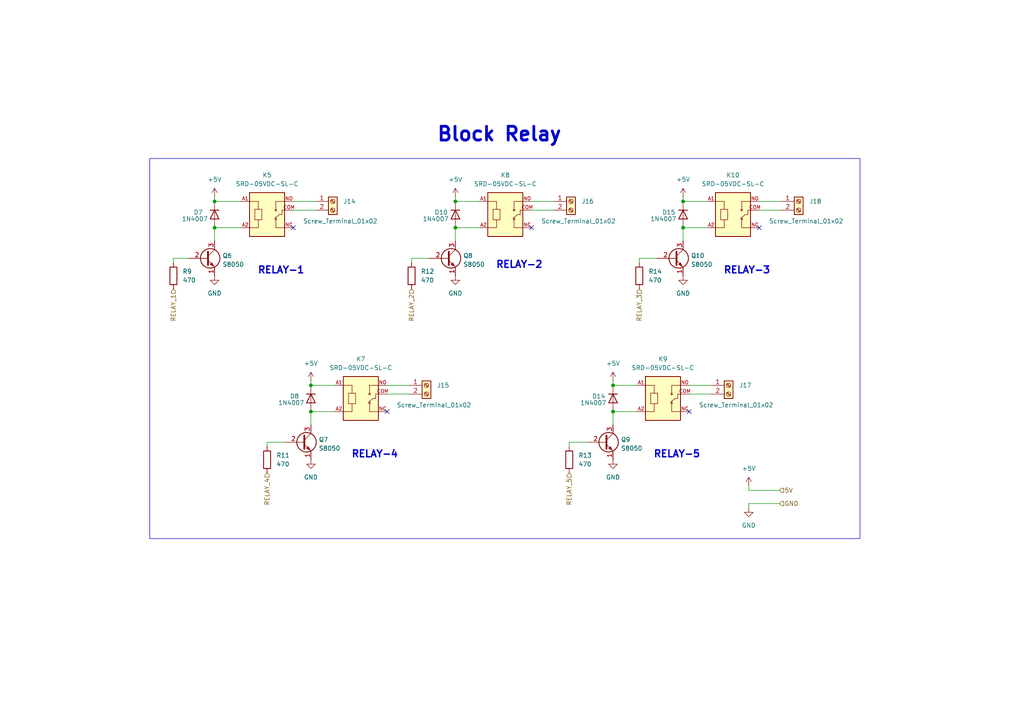
<source format=kicad_sch>
(kicad_sch (version 20231120) (generator "eeschema") (generator_version "8.0")
  (paper "A4")
  (lib_symbols
    (symbol "Connector:Screw_Terminal_01x02" (pin_names (offset 1.016) hide)
      (property "Reference" "J" (at 0 2.54 0))
      (property "Value" "Screw_Terminal_01x02" (at 0 -5.08 0))
      (symbol "Screw_Terminal_01x02_1_1"
        (rectangle (start -1.27 1.27) (end 1.27 -3.81) (stroke (width 0.254)) (fill (type background)))
        (circle (center 0 -2.54) (radius 0.635) (stroke (width 0.1524)))
        (polyline (pts (xy -0.5334 -2.2098) (xy 0.3302 -3.048)) (stroke (width 0.1524)))
        (polyline (pts (xy -0.5334 0.3302) (xy 0.3302 -0.508)) (stroke (width 0.1524)))
        (polyline (pts (xy -0.3556 -2.032) (xy 0.508 -2.8702)) (stroke (width 0.1524)))
        (polyline (pts (xy -0.3556 0.508) (xy 0.508 -0.3302)) (stroke (width 0.1524)))
        (circle (center 0 0) (radius 0.635) (stroke (width 0.1524)))
        (pin passive line (at -5.08 0 0) (length 3.81) (name "Pin_1") (number "1"))
        (pin passive line (at -5.08 -2.54 0) (length 3.81) (name "Pin_2") (number "2"))
      )
    )
    (symbol "Device:R" (pin_numbers hide) (pin_names (offset 0))
      (property "Reference" "R" (at 2.032 0 90))
      (property "Value" "R" (at 0 0 90))
      (symbol "R_0_1"
        (rectangle (start -1.016 -2.54) (end 1.016 2.54) (stroke (width 0.254)))
      )
      (symbol "R_1_1"
        (pin passive line (at 0 3.81 270) (length 1.27) (name "~") (number "1"))
        (pin passive line (at 0 -3.81 90) (length 1.27) (name "~") (number "2"))
      )
    )
    (symbol "Diode:LL4148" (pin_numbers hide) (pin_names hide)
      (property "Reference" "D" (at 0 2.54 0))
      (property "Value" "LL4148" (at 0 -2.54 0))
      (symbol "LL4148_0_1"
        (polyline (pts (xy -1.27 1.27) (xy -1.27 -1.27)) (stroke (width 0.254)))
        (polyline (pts (xy 1.27 0) (xy -1.27 0)))
        (polyline (pts (xy 1.27 1.27) (xy 1.27 -1.27) (xy -1.27 0) (xy 1.27 1.27)) (stroke (width 0.254)))
      )
      (symbol "LL4148_1_1"
        (pin passive line (at -3.81 0 0) (length 2.54) (name "K") (number "1"))
        (pin passive line (at 3.81 0 180) (length 2.54) (name "A") (number "2"))
      )
    )
    (symbol "SRD-05VDC-SL-C_1" (pin_names (offset 1.016))
      (property "Reference" "K" (at -5.0809 5.843 0))
      (property "Value" "SRD-05VDC-SL-C" (at -5.0832 -10.1664 0))
      (symbol "SRD-05VDC-SL-C_1_0_0"
        (rectangle (start -5.08 -7.62) (end 5.08 5.08) (stroke (width 0.254)) (fill (type background)))
        (polyline (pts (xy -5.08 2.54) (xy -2.54 2.54)) (stroke (width 0.1524)))
        (polyline (pts (xy -3.556 -2.794) (xy -2.54 -2.794)) (stroke (width 0.1524)))
        (polyline (pts (xy -3.556 0.254) (xy -3.556 -2.794)) (stroke (width 0.1524)))
        (polyline (pts (xy -2.54 -5.08) (xy -5.08 -5.08)) (stroke (width 0.1524)))
        (polyline (pts (xy -2.54 -2.794) (xy -2.54 -5.08)) (stroke (width 0.1524)))
        (polyline (pts (xy -2.54 -2.794) (xy -1.524 -2.794)) (stroke (width 0.1524)))
        (polyline (pts (xy -2.54 0.254) (xy -3.556 0.254)) (stroke (width 0.1524)))
        (polyline (pts (xy -2.54 2.54) (xy -2.54 0.254)) (stroke (width 0.1524)))
        (polyline (pts (xy -1.524 -2.794) (xy -1.524 0.254)) (stroke (width 0.1524)))
        (polyline (pts (xy -1.524 0.254) (xy -2.54 0.254)) (stroke (width 0.1524)))
        (polyline (pts (xy 2.54 -5.08) (xy 5.08 -5.08)) (stroke (width 0.1524)))
        (polyline (pts (xy 2.54 -2.54) (xy 2.54 -5.08)) (stroke (width 0.1524)))
        (polyline (pts (xy 2.54 2.54) (xy 2.54 0)) (stroke (width 0.1524)))
        (polyline (pts (xy 3.556 -1.27) (xy 2.286 -2.286)) (stroke (width 0.1524)))
        (polyline (pts (xy 3.556 -1.27) (xy 4.318 -1.27)) (stroke (width 0.1524)))
        (polyline (pts (xy 4.318 -1.27) (xy 4.318 0)) (stroke (width 0.1524)))
        (polyline (pts (xy 4.318 0) (xy 5.08 0)) (stroke (width 0.1524)))
        (polyline (pts (xy 5.08 2.54) (xy 2.54 2.54)) (stroke (width 0.1524)))
        (circle (center 2.54 -2.54) (radius 0.254) (stroke (width 0.1524)))
        (circle (center 2.54 0) (radius 0.254) (stroke (width 0.1524)))
        (pin passive line (at -7.62 2.54 0) (length 2.54) (name "~") (number "A1"))
        (pin passive line (at -7.62 -5.08 0) (length 2.54) (name "~") (number "A2"))
        (pin passive line (at 7.62 0 180) (length 2.54) (name "~") (number "COM"))
        (pin passive line (at 7.62 -5.08 180) (length 2.54) (name "~") (number "NC"))
        (pin passive line (at 7.62 2.54 180) (length 2.54) (name "~") (number "NO"))
      )
    )
    (symbol "Transistor_BJT:S8050" (pin_names (offset 0) hide)
      (property "Reference" "Q" (at 5.08 1.905 0))
      (property "Value" "S8050" (at 5.08 0 0))
      (symbol "S8050_0_1"
        (polyline (pts (xy 0 0) (xy 0.635 0)))
        (polyline (pts (xy 0.635 0.635) (xy 2.54 2.54)))
        (polyline (pts (xy 0.635 -0.635) (xy 2.54 -2.54) (xy 2.54 -2.54)))
        (polyline (pts (xy 0.635 1.905) (xy 0.635 -1.905) (xy 0.635 -1.905)) (stroke (width 0.508)))
        (polyline (pts (xy 1.27 -1.778) (xy 1.778 -1.27) (xy 2.286 -2.286) (xy 1.27 -1.778) (xy 1.27 -1.778)) (fill (type outline)))
        (circle (center 1.27 0) (radius 2.8194) (stroke (width 0.254)))
      )
      (symbol "S8050_1_1"
        (pin passive line (at 2.54 -5.08 90) (length 2.54) (name "E") (number "1"))
        (pin input line (at -5.08 0 0) (length 5.08) (name "B") (number "2"))
        (pin passive line (at 2.54 5.08 270) (length 2.54) (name "C") (number "3"))
      )
    )
    (symbol "power:+5V" (power) (pin_numbers hide) (pin_names (offset 0) hide)
      (property "Value" "+5V" (at 0 3.556 0))
      (symbol "+5V_0_1"
        (polyline (pts (xy -0.762 1.27) (xy 0 2.54)))
        (polyline (pts (xy 0 0) (xy 0 2.54)))
        (polyline (pts (xy 0 2.54) (xy 0.762 1.27)))
      )
      (symbol "+5V_1_1"
        (pin power_in line (at 0 0 90) (length 0) (name "~") (number "1"))
      )
    )
    (symbol "power:GND" (power) (pin_numbers hide) (pin_names (offset 0) hide)
      (property "Value" "GND" (at 0 -3.81 0))
      (symbol "GND_0_1"
        (polyline (pts (xy 0 0) (xy 0 -1.27) (xy 1.27 -1.27) (xy 0 -2.54) (xy -1.27 -1.27) (xy 0 -1.27)))
      )
      (symbol "GND_1_1"
        (pin power_in line (at 0 0 270) (length 0) (name "~") (number "1"))
      )
    )
  )
  (junction (at 62.23 58.42))
  (junction (at 62.23 66.04))
  (junction (at 90.17 119.38))
  (junction (at 198.12 66.04))
  (junction (at 177.8 119.38))
  (junction (at 90.17 111.76))
  (junction (at 198.12 58.42))
  (junction (at 132.08 58.42))
  (junction (at 132.08 66.04))
  (junction (at 177.8 111.76))
  (no_connect (at 220.218 66.04))
  (no_connect (at 85.09 66.04))
  (no_connect (at 112.268 119.38))
  (no_connect (at 154.178 66.04))
  (no_connect (at 199.898 119.38))
  (wire (pts (xy 177.8 110.49) (xy 177.8 111.76)))
  (wire (pts (xy 217.17 142.24) (xy 217.17 140.97)))
  (wire (pts (xy 132.08 58.42) (xy 138.938 58.42)))
  (wire (pts (xy 90.17 111.76) (xy 97.028 111.76)))
  (wire (pts (xy 85.09 60.96) (xy 91.44 60.96)))
  (wire (pts (xy 154.178 60.96) (xy 160.528 60.96)))
  (wire (pts (xy 77.47 129.54) (xy 77.47 128.27)))
  (wire (pts (xy 220.218 60.96) (xy 226.568 60.96)))
  (wire (pts (xy 50.292 76.2) (xy 50.292 74.93)))
  (wire (pts (xy 50.292 74.93) (xy 54.61 74.93)))
  (wire (pts (xy 90.17 110.49) (xy 90.17 111.76)))
  (wire (pts (xy 132.08 66.04) (xy 138.938 66.04)))
  (wire (pts (xy 177.8 119.38) (xy 177.8 123.19)))
  (wire (pts (xy 90.17 119.38) (xy 97.028 119.38)))
  (wire (pts (xy 226.06 146.05) (xy 217.17 146.05)))
  (wire (pts (xy 199.898 111.76) (xy 206.248 111.76)))
  (wire (pts (xy 154.178 58.42) (xy 160.528 58.42)))
  (wire (pts (xy 220.218 58.42) (xy 226.568 58.42)))
  (wire (pts (xy 226.06 142.24) (xy 217.17 142.24)))
  (wire (pts (xy 112.268 114.3) (xy 118.618 114.3)))
  (wire (pts (xy 62.23 66.04) (xy 69.85 66.04)))
  (wire (pts (xy 112.268 111.76) (xy 118.618 111.76)))
  (wire (pts (xy 132.08 66.04) (xy 132.08 69.85)))
  (wire (pts (xy 62.23 58.42) (xy 69.85 58.42)))
  (wire (pts (xy 165.1 129.54) (xy 165.1 128.27)))
  (wire (pts (xy 77.47 128.27) (xy 82.55 128.27)))
  (wire (pts (xy 132.08 57.15) (xy 132.08 58.42)))
  (wire (pts (xy 90.17 119.38) (xy 90.17 123.19)))
  (wire (pts (xy 62.23 57.15) (xy 62.23 58.42)))
  (wire (pts (xy 198.12 58.42) (xy 204.978 58.42)))
  (wire (pts (xy 217.17 146.05) (xy 217.17 147.32)))
  (wire (pts (xy 177.8 111.76) (xy 184.658 111.76)))
  (wire (pts (xy 165.1 128.27) (xy 170.18 128.27)))
  (wire (pts (xy 62.23 66.04) (xy 62.23 69.85)))
  (wire (pts (xy 119.38 74.93) (xy 124.46 74.93)))
  (wire (pts (xy 198.12 57.15) (xy 198.12 58.42)))
  (wire (pts (xy 198.12 66.04) (xy 198.12 69.85)))
  (wire (pts (xy 199.898 114.3) (xy 206.248 114.3)))
  (wire (pts (xy 85.09 58.42) (xy 91.44 58.42)))
  (wire (pts (xy 177.8 119.38) (xy 184.658 119.38)))
  (wire (pts (xy 198.12 66.04) (xy 204.978 66.04)))
  (wire (pts (xy 185.42 74.93) (xy 190.5 74.93)))
  (wire (pts (xy 185.42 76.2) (xy 185.42 74.93)))
  (wire (pts (xy 119.38 76.2) (xy 119.38 74.93)))
  (rectangle (start 43.434 45.974) (end 249.428 156.21))
  (text "RELAY-1\n" (at 81.534 78.486 0) (effects (font (size 2 2) (thickness 0.4) (bold yes))))
  (text "Block Relay\n" (at 126.492 41.402 0) (effects (font (size 4 4) (bold yes)) (justify left bottom)))
  (text "RELAY-3\n" (at 216.662 78.486 0) (effects (font (size 2 2) (thickness 0.4) (bold yes))))
  (text "RELAY-2\n\n" (at 150.622 78.486 0) (effects (font (size 2 2) (thickness 0.4) (bold yes))))
  (text "RELAY-4\n" (at 108.712 131.826 0) (effects (font (size 2 2) (thickness 0.4) (bold yes))))
  (text "RELAY-5\n" (at 196.342 131.826 0) (effects (font (size 2 2) (thickness 0.4) (bold yes))))
  (hierarchical_label "RELAY_2" (shape input) (at 119.38 83.82 270))
  (hierarchical_label "RELAY_5" (shape input) (at 165.1 137.16 270))
  (hierarchical_label "RELAY_3" (shape input) (at 185.42 83.82 270))
  (hierarchical_label "RELAY_1" (shape input) (at 50.292 83.82 270))
  (hierarchical_label "5V" (shape input) (at 226.06 142.24 0))
  (hierarchical_label "GND" (shape input) (at 226.06 146.05 0))
  (hierarchical_label "RELAY_4" (shape input) (at 77.47 137.16 270))
  (symbol (lib_id "power:GND") (at 62.23 80.01 0) (unit 1)
    (property "Reference" "#PWR049" (effects (hide yes)))
    (property "Value" "GND" (at 62.23 85.09 0))
    (property "Description" "Power symbol creates a global label with name \"GND\" , ground" (effects (hide yes)))
  )
  (symbol (lib_name "SRD-05VDC-SL-C_1") (lib_id "SRD-05VDC-SL-C:SRD-05VDC-SL-C") (at 192.278 114.3 0) (unit 1)
    (property "Reference" "K9" (at 192.278 104.14 0))
    (property "Value" "SRD-05VDC-SL-C" (at 192.278 106.68 0))
    (property "Footprint" "SRD-05VDC-SL-C:RELAY_SRD-05VDC-SL-C" (effects (hide yes)))
    (property "MF" "Songle Relay" (effects (hide yes)))
    (property "Description_1" "\n5V Trigger Relay Module For Arduino And Raspberry Pi 5V Trigger Relay Module For Arduino And Raspberry Pi\n" (effects (hide yes)))
    (property "Package" "NON STANDARD-5 Songle Relay" (effects (hide yes)))
    (property "Price" "None" (effects (hide yes)))
    (property "Check_prices" "https://www.snapeda.com/parts/SRD-05VDC-SL-C/Songle+Relay/view-part/?ref=eda" (effects (hide yes)))
    (property "STANDARD" "IPC-7251" (effects (hide yes)))
    (property "SnapEDA_Link" "https://www.snapeda.com/parts/SRD-05VDC-SL-C/Songle+Relay/view-part/?ref=snap" (effects (hide yes)))
    (property "MP" "SRD-05VDC-SL-C" (effects (hide yes)))
    (property "Availability" "Not in stock" (effects (hide yes)))
    (property "MANUFACTURER" "SONGLE RELAY" (effects (hide yes)))
  )
  (symbol (lib_id "Diode:LL4148") (at 62.23 62.23 270) (unit 1)
    (property "Reference" "D7" (at 56.134 61.595 90) (effects (justify left)))
    (property "Value" "1N4007" (at 52.705 63.5 90) (effects (justify left)))
    (property "Footprint" "Diode_SMD:D_SMA" (effects (hide yes)))
    (property "Datasheet" "http://www.vishay.com/docs/85557/ll4148.pdf" (effects (hide yes)))
    (property "Sim.Device" "D" (effects (hide yes)))
    (property "Sim.Pins" "1=K 2=A" (effects (hide yes)))
  )
  (symbol (lib_id "power:GND") (at 177.8 133.35 0) (unit 1)
    (property "Reference" "#PWR055" (effects (hide yes)))
    (property "Value" "GND" (at 177.8 138.43 0))
    (property "Description" "Power symbol creates a global label with name \"GND\" , ground" (effects (hide yes)))
  )
  (symbol (lib_id "Transistor_BJT:S8050") (at 87.63 128.27 0) (unit 1)
    (property "Reference" "Q7" (at 92.456 127.508 0) (effects (justify left)))
    (property "Value" "S8050" (at 92.456 130.048 0) (effects (justify left)))
    (property "Footprint" "Package_TO_SOT_SMD:SOT-23" (effects (hide yes)))
    (property "Datasheet" "http://www.unisonic.com.tw/datasheet/S8050.pdf" (effects (hide yes)))
  )
  (symbol (lib_id "power:+5V") (at 62.23 57.15 0) (unit 1)
    (property "Reference" "#PWR048" (effects (hide yes)))
    (property "Value" "+5V" (at 62.23 52.07 0))
    (property "Description" "Power symbol creates a global label with name \"+5V\"" (effects (hide yes)))
  )
  (symbol (lib_id "Connector:Screw_Terminal_01x02") (at 165.608 58.42 0) (unit 1)
    (property "Reference" "J16" (at 168.656 58.42 0) (effects (justify left)))
    (property "Value" "Screw_Terminal_01x02" (at 156.972 64.135 0) (effects (justify left)))
    (property "Footprint" "TerminalBlock_Phoenix:TerminalBlock_Phoenix_MKDS-1,5-2-5.08_1x02_P5.08mm_Horizontal" (effects (hide yes)))
  )
  (symbol (lib_id "power:GND") (at 90.17 133.35 0) (unit 1)
    (property "Reference" "#PWR051" (effects (hide yes)))
    (property "Value" "GND" (at 90.17 138.43 0))
    (property "Description" "Power symbol creates a global label with name \"GND\" , ground" (effects (hide yes)))
  )
  (symbol (lib_name "SRD-05VDC-SL-C_1") (lib_id "SRD-05VDC-SL-C:SRD-05VDC-SL-C") (at 212.598 60.96 0) (unit 1)
    (property "Reference" "K10" (at 212.598 50.8 0))
    (property "Value" "SRD-05VDC-SL-C" (at 212.598 53.34 0))
    (property "Footprint" "SRD-05VDC-SL-C:RELAY_SRD-05VDC-SL-C" (effects (hide yes)))
    (property "MF" "Songle Relay" (effects (hide yes)))
    (property "Description_1" "\n5V Trigger Relay Module For Arduino And Raspberry Pi 5V Trigger Relay Module For Arduino And Raspberry Pi\n" (effects (hide yes)))
    (property "Package" "NON STANDARD-5 Songle Relay" (effects (hide yes)))
    (property "Price" "None" (effects (hide yes)))
    (property "Check_prices" "https://www.snapeda.com/parts/SRD-05VDC-SL-C/Songle+Relay/view-part/?ref=eda" (effects (hide yes)))
    (property "STANDARD" "IPC-7251" (effects (hide yes)))
    (property "SnapEDA_Link" "https://www.snapeda.com/parts/SRD-05VDC-SL-C/Songle+Relay/view-part/?ref=snap" (effects (hide yes)))
    (property "MP" "SRD-05VDC-SL-C" (effects (hide yes)))
    (property "Availability" "Not in stock" (effects (hide yes)))
    (property "MANUFACTURER" "SONGLE RELAY" (effects (hide yes)))
  )
  (symbol (lib_id "Transistor_BJT:S8050") (at 195.58 74.93 0) (unit 1)
    (property "Reference" "Q10" (at 200.406 74.168 0) (effects (justify left)))
    (property "Value" "S8050" (at 200.406 76.708 0) (effects (justify left)))
    (property "Footprint" "Package_TO_SOT_SMD:SOT-23" (effects (hide yes)))
    (property "Datasheet" "http://www.unisonic.com.tw/datasheet/S8050.pdf" (effects (hide yes)))
  )
  (symbol (lib_id "Transistor_BJT:S8050") (at 175.26 128.27 0) (unit 1)
    (property "Reference" "Q9" (at 180.086 127.508 0) (effects (justify left)))
    (property "Value" "S8050" (at 180.086 130.048 0) (effects (justify left)))
    (property "Footprint" "Package_TO_SOT_SMD:SOT-23" (effects (hide yes)))
    (property "Datasheet" "http://www.unisonic.com.tw/datasheet/S8050.pdf" (effects (hide yes)))
  )
  (symbol (lib_id "power:+5V") (at 90.17 110.49 0) (unit 1)
    (property "Reference" "#PWR050" (effects (hide yes)))
    (property "Value" "+5V" (at 90.17 105.41 0))
    (property "Description" "Power symbol creates a global label with name \"+5V\"" (effects (hide yes)))
  )
  (symbol (lib_id "power:+5V") (at 217.17 140.97 0) (unit 1)
    (property "Reference" "#PWR058" (effects (hide yes)))
    (property "Value" "+5V" (at 217.17 135.89 0))
    (property "Description" "Power symbol creates a global label with name \"+5V\"" (effects (hide yes)))
  )
  (symbol (lib_name "SRD-05VDC-SL-C_1") (lib_id "SRD-05VDC-SL-C:SRD-05VDC-SL-C") (at 104.648 114.3 0) (unit 1)
    (property "Reference" "K7" (at 104.648 104.14 0))
    (property "Value" "SRD-05VDC-SL-C" (at 104.648 106.68 0))
    (property "Footprint" "SRD-05VDC-SL-C:RELAY_SRD-05VDC-SL-C" (effects (hide yes)))
    (property "MF" "Songle Relay" (effects (hide yes)))
    (property "Description_1" "\n5V Trigger Relay Module For Arduino And Raspberry Pi 5V Trigger Relay Module For Arduino And Raspberry Pi\n" (effects (hide yes)))
    (property "Package" "NON STANDARD-5 Songle Relay" (effects (hide yes)))
    (property "Price" "None" (effects (hide yes)))
    (property "Check_prices" "https://www.snapeda.com/parts/SRD-05VDC-SL-C/Songle+Relay/view-part/?ref=eda" (effects (hide yes)))
    (property "STANDARD" "IPC-7251" (effects (hide yes)))
    (property "SnapEDA_Link" "https://www.snapeda.com/parts/SRD-05VDC-SL-C/Songle+Relay/view-part/?ref=snap" (effects (hide yes)))
    (property "MP" "SRD-05VDC-SL-C" (effects (hide yes)))
    (property "Availability" "Not in stock" (effects (hide yes)))
    (property "MANUFACTURER" "SONGLE RELAY" (effects (hide yes)))
  )
  (symbol (lib_id "Device:R") (at 50.292 80.01 180) (unit 1)
    (property "Reference" "R9" (at 52.959 78.7399 0) (effects (justify right)))
    (property "Value" "470" (at 52.959 81.2799 0) (effects (justify right)))
    (property "Footprint" "Resistor_SMD:R_0603_1608Metric" (effects (hide yes)))
  )
  (symbol (lib_id "Connector:Screw_Terminal_01x02") (at 231.648 58.42 0) (unit 1)
    (property "Reference" "J18" (at 234.696 58.42 0) (effects (justify left)))
    (property "Value" "Screw_Terminal_01x02" (at 223.012 64.135 0) (effects (justify left)))
    (property "Footprint" "TerminalBlock_Phoenix:TerminalBlock_Phoenix_MKDS-1,5-2-5.08_1x02_P5.08mm_Horizontal" (effects (hide yes)))
  )
  (symbol (lib_id "Connector:Screw_Terminal_01x02") (at 96.52 58.42 0) (unit 1)
    (property "Reference" "J14" (at 99.568 58.42 0) (effects (justify left)))
    (property "Value" "Screw_Terminal_01x02" (at 87.884 64.135 0) (effects (justify left)))
    (property "Footprint" "TerminalBlock_Phoenix:TerminalBlock_Phoenix_MKDS-1,5-2-5.08_1x02_P5.08mm_Horizontal" (effects (hide yes)))
  )
  (symbol (lib_id "Device:R") (at 77.47 133.35 180) (unit 1)
    (property "Reference" "R11" (at 80.137 132.0799 0) (effects (justify right)))
    (property "Value" "470" (at 80.137 134.6199 0) (effects (justify right)))
    (property "Footprint" "Resistor_SMD:R_0603_1608Metric" (effects (hide yes)))
  )
  (symbol (lib_id "power:+5V") (at 177.8 110.49 0) (unit 1)
    (property "Reference" "#PWR054" (effects (hide yes)))
    (property "Value" "+5V" (at 177.8 105.41 0))
    (property "Description" "Power symbol creates a global label with name \"+5V\"" (effects (hide yes)))
  )
  (symbol (lib_id "Device:R") (at 119.38 80.01 180) (unit 1)
    (property "Reference" "R12" (at 122.047 78.7399 0) (effects (justify right)))
    (property "Value" "470" (at 122.047 81.2799 0) (effects (justify right)))
    (property "Footprint" "Resistor_SMD:R_0603_1608Metric" (effects (hide yes)))
  )
  (symbol (lib_id "power:GND") (at 132.08 80.01 0) (unit 1)
    (property "Reference" "#PWR053" (effects (hide yes)))
    (property "Value" "GND" (at 132.08 85.09 0))
    (property "Description" "Power symbol creates a global label with name \"GND\" , ground" (effects (hide yes)))
  )
  (symbol (lib_id "Transistor_BJT:S8050") (at 129.54 74.93 0) (unit 1)
    (property "Reference" "Q8" (at 134.366 74.168 0) (effects (justify left)))
    (property "Value" "S8050" (at 134.366 76.708 0) (effects (justify left)))
    (property "Footprint" "Package_TO_SOT_SMD:SOT-23" (effects (hide yes)))
    (property "Datasheet" "http://www.unisonic.com.tw/datasheet/S8050.pdf" (effects (hide yes)))
  )
  (symbol (lib_id "Device:R") (at 165.1 133.35 180) (unit 1)
    (property "Reference" "R13" (at 167.767 132.0799 0) (effects (justify right)))
    (property "Value" "470" (at 167.767 134.6199 0) (effects (justify right)))
    (property "Footprint" "Resistor_SMD:R_0603_1608Metric" (effects (hide yes)))
  )
  (symbol (lib_id "power:+5V") (at 132.08 57.15 0) (unit 1)
    (property "Reference" "#PWR052" (effects (hide yes)))
    (property "Value" "+5V" (at 132.08 52.07 0))
    (property "Description" "Power symbol creates a global label with name \"+5V\"" (effects (hide yes)))
  )
  (symbol (lib_id "Diode:LL4148") (at 132.08 62.23 270) (unit 1)
    (property "Reference" "D10" (at 125.984 61.595 90) (effects (justify left)))
    (property "Value" "1N4007" (at 122.555 63.5 90) (effects (justify left)))
    (property "Footprint" "Diode_SMD:D_SMA" (effects (hide yes)))
    (property "Datasheet" "http://www.vishay.com/docs/85557/ll4148.pdf" (effects (hide yes)))
    (property "Sim.Device" "D" (effects (hide yes)))
    (property "Sim.Pins" "1=K 2=A" (effects (hide yes)))
  )
  (symbol (lib_id "Transistor_BJT:S8050") (at 59.69 74.93 0) (unit 1)
    (property "Reference" "Q6" (at 64.516 74.168 0) (effects (justify left)))
    (property "Value" "S8050" (at 64.516 76.708 0) (effects (justify left)))
    (property "Footprint" "Package_TO_SOT_SMD:SOT-23" (effects (hide yes)))
    (property "Datasheet" "http://www.unisonic.com.tw/datasheet/S8050.pdf" (effects (hide yes)))
  )
  (symbol (lib_id "Connector:Screw_Terminal_01x02") (at 123.698 111.76 0) (unit 1)
    (property "Reference" "J15" (at 126.746 111.76 0) (effects (justify left)))
    (property "Value" "Screw_Terminal_01x02" (at 115.062 117.475 0) (effects (justify left)))
    (property "Footprint" "TerminalBlock_Phoenix:TerminalBlock_Phoenix_MKDS-1,5-2-5.08_1x02_P5.08mm_Horizontal" (effects (hide yes)))
  )
  (symbol (lib_id "Device:R") (at 185.42 80.01 180) (unit 1)
    (property "Reference" "R14" (at 188.087 78.7399 0) (effects (justify right)))
    (property "Value" "470" (at 188.087 81.2799 0) (effects (justify right)))
    (property "Footprint" "Resistor_SMD:R_0603_1608Metric" (effects (hide yes)))
  )
  (symbol (lib_name "SRD-05VDC-SL-C_1") (lib_id "SRD-05VDC-SL-C:SRD-05VDC-SL-C") (at 146.558 60.96 0) (unit 1)
    (property "Reference" "K8" (at 146.558 50.8 0))
    (property "Value" "SRD-05VDC-SL-C" (at 146.558 53.34 0))
    (property "Footprint" "SRD-05VDC-SL-C:RELAY_SRD-05VDC-SL-C" (effects (hide yes)))
    (property "MF" "Songle Relay" (effects (hide yes)))
    (property "Description_1" "\n5V Trigger Relay Module For Arduino And Raspberry Pi 5V Trigger Relay Module For Arduino And Raspberry Pi\n" (effects (hide yes)))
    (property "Package" "NON STANDARD-5 Songle Relay" (effects (hide yes)))
    (property "Price" "None" (effects (hide yes)))
    (property "Check_prices" "https://www.snapeda.com/parts/SRD-05VDC-SL-C/Songle+Relay/view-part/?ref=eda" (effects (hide yes)))
    (property "STANDARD" "IPC-7251" (effects (hide yes)))
    (property "SnapEDA_Link" "https://www.snapeda.com/parts/SRD-05VDC-SL-C/Songle+Relay/view-part/?ref=snap" (effects (hide yes)))
    (property "MP" "SRD-05VDC-SL-C" (effects (hide yes)))
    (property "Availability" "Not in stock" (effects (hide yes)))
    (property "MANUFACTURER" "SONGLE RELAY" (effects (hide yes)))
  )
  (symbol (lib_id "Connector:Screw_Terminal_01x02") (at 211.328 111.76 0) (unit 1)
    (property "Reference" "J17" (at 214.376 111.76 0) (effects (justify left)))
    (property "Value" "Screw_Terminal_01x02" (at 202.692 117.475 0) (effects (justify left)))
    (property "Footprint" "TerminalBlock_Phoenix:TerminalBlock_Phoenix_MKDS-1,5-2-5.08_1x02_P5.08mm_Horizontal" (effects (hide yes)))
  )
  (symbol (lib_id "power:GND") (at 198.12 80.01 0) (unit 1)
    (property "Reference" "#PWR057" (effects (hide yes)))
    (property "Value" "GND" (at 198.12 85.09 0))
    (property "Description" "Power symbol creates a global label with name \"GND\" , ground" (effects (hide yes)))
  )
  (symbol (lib_id "power:GND") (at 217.17 147.32 0) (unit 1)
    (property "Reference" "#PWR059" (effects (hide yes)))
    (property "Value" "GND" (at 217.17 152.4 0))
    (property "Description" "Power symbol creates a global label with name \"GND\" , ground" (effects (hide yes)))
  )
  (symbol (lib_id "power:+5V") (at 198.12 57.15 0) (unit 1)
    (property "Reference" "#PWR056" (effects (hide yes)))
    (property "Value" "+5V" (at 198.12 52.07 0))
    (property "Description" "Power symbol creates a global label with name \"+5V\"" (effects (hide yes)))
  )
  (symbol (lib_id "Diode:LL4148") (at 198.12 62.23 270) (unit 1)
    (property "Reference" "D15" (at 192.024 61.595 90) (effects (justify left)))
    (property "Value" "1N4007" (at 188.595 63.5 90) (effects (justify left)))
    (property "Footprint" "Diode_SMD:D_SMA" (effects (hide yes)))
    (property "Datasheet" "http://www.vishay.com/docs/85557/ll4148.pdf" (effects (hide yes)))
    (property "Sim.Device" "D" (effects (hide yes)))
    (property "Sim.Pins" "1=K 2=A" (effects (hide yes)))
  )
  (symbol (lib_id "Diode:LL4148") (at 177.8 115.57 270) (unit 1)
    (property "Reference" "D14" (at 171.704 114.935 90) (effects (justify left)))
    (property "Value" "1N4007" (at 168.275 116.84 90) (effects (justify left)))
    (property "Footprint" "Diode_SMD:D_SMA" (effects (hide yes)))
    (property "Datasheet" "http://www.vishay.com/docs/85557/ll4148.pdf" (effects (hide yes)))
    (property "Sim.Device" "D" (effects (hide yes)))
    (property "Sim.Pins" "1=K 2=A" (effects (hide yes)))
  )
  (symbol (lib_name "SRD-05VDC-SL-C_1") (lib_id "SRD-05VDC-SL-C:SRD-05VDC-SL-C") (at 77.47 60.96 0) (unit 1)
    (property "Reference" "K5" (at 77.47 50.8 0))
    (property "Value" "SRD-05VDC-SL-C" (at 77.47 53.34 0))
    (property "Footprint" "SRD-05VDC-SL-C:RELAY_SRD-05VDC-SL-C" (effects (hide yes)))
    (property "MF" "Songle Relay" (effects (hide yes)))
    (property "Description_1" "\n5V Trigger Relay Module For Arduino And Raspberry Pi 5V Trigger Relay Module For Arduino And Raspberry Pi\n" (effects (hide yes)))
    (property "Package" "NON STANDARD-5 Songle Relay" (effects (hide yes)))
    (property "Price" "None" (effects (hide yes)))
    (property "Check_prices" "https://www.snapeda.com/parts/SRD-05VDC-SL-C/Songle+Relay/view-part/?ref=eda" (effects (hide yes)))
    (property "STANDARD" "IPC-7251" (effects (hide yes)))
    (property "SnapEDA_Link" "https://www.snapeda.com/parts/SRD-05VDC-SL-C/Songle+Relay/view-part/?ref=snap" (effects (hide yes)))
    (property "MP" "SRD-05VDC-SL-C" (effects (hide yes)))
    (property "Availability" "Not in stock" (effects (hide yes)))
    (property "MANUFACTURER" "SONGLE RELAY" (effects (hide yes)))
  )
  (symbol (lib_id "Diode:LL4148") (at 90.17 115.57 270) (unit 1)
    (property "Reference" "D8" (at 84.074 114.935 90) (effects (justify left)))
    (property "Value" "1N4007" (at 80.645 116.84 90) (effects (justify left)))
    (property "Footprint" "Diode_SMD:D_SMA" (effects (hide yes)))
    (property "Datasheet" "http://www.vishay.com/docs/85557/ll4148.pdf" (effects (hide yes)))
    (property "Sim.Device" "D" (effects (hide yes)))
    (property "Sim.Pins" "1=K 2=A" (effects (hide yes)))
  )
)
</source>
